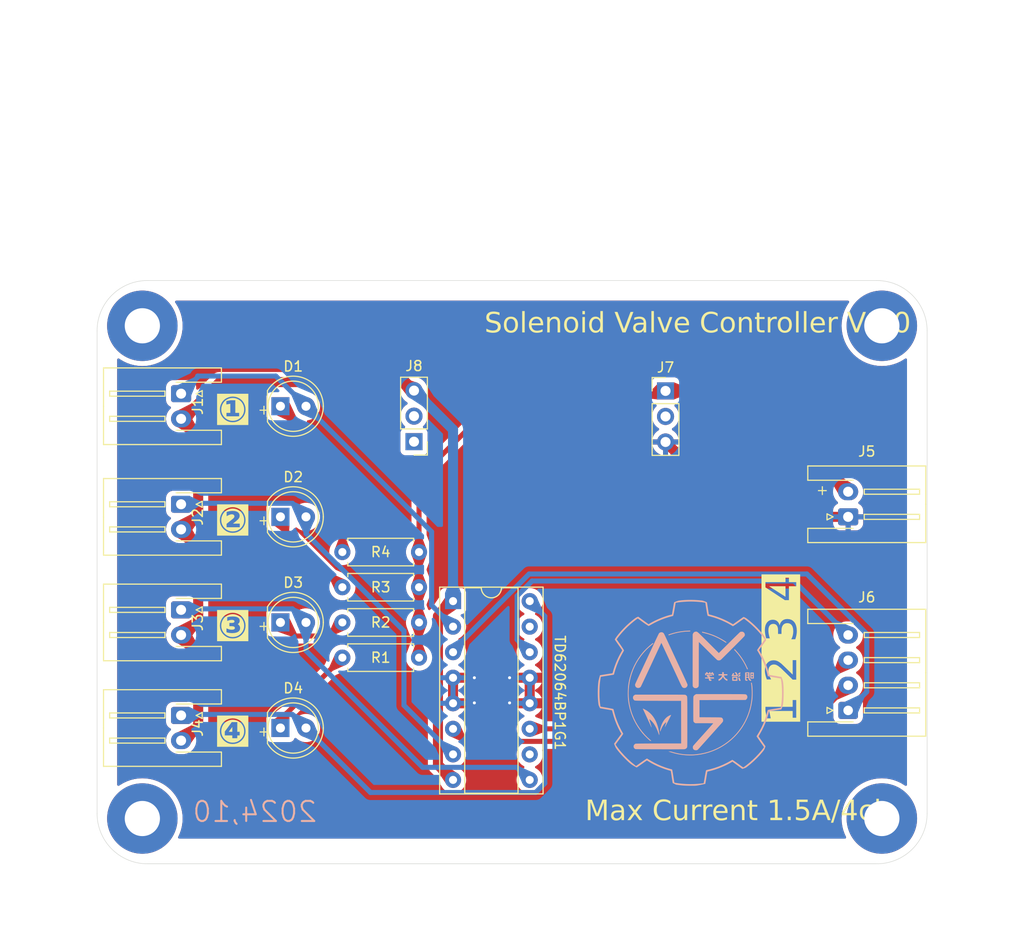
<source format=kicad_pcb>
(kicad_pcb (version 20240108) (generator "pcbnew") (generator_version "8.0")
  (layers (0 "F.Cu" signal) (31 "B.Cu" signal) (34 "B.Paste" user) (35 "F.Paste" user) (36 "B.SilkS" user "B.Silkscreen") (37 "F.SilkS" user "F.Silkscreen") (38 "B.Mask" user) (39 "F.Mask" user) (44 "Edge.Cuts" user))
  (net 0 "")
  (net 1 "+24V")
  (net 2 "J1")
  (net 3 "J2")
  (net 4 "J3")
  (net 5 "J4")
  (net 6 "+12V")
  (net 7 "GND")
  (net 8 "Net-(J6-Pin_2)")
  (net 9 "Net-(J6-Pin_1)")
  (net 10 "Net-(J6-Pin_3)")
  (net 11 "Net-(J6-Pin_4)")
  (net 17 "Net-(D1-K)")
  (net 18 "Net-(D2-K)")
  (net 19 "Net-(D3-K)")
  (net 20 "Net-(D4-K)")
  (footprint "Package_DIP:DIP-16_W7.62mm_Socket" (layer "F.Cu") (at 113.88 98.88)
    (property "Reference" "TD62064BP1G1" (at 10.62 9.12 -90) (layer "F.SilkS"))
    (property "Value" "~")
    (pad "1" thru_hole rect (at 0 0) (size 1.6 1.6) (drill 0.8) (layers "*.Cu" "*.Mask") (net 1 "+24V"))
    (pad "2" thru_hole oval (at 0 2.54) (size 1.6 1.6) (drill 0.8) (layers "*.Cu" "*.Mask") (net 2 "J1"))
    (pad "3" thru_hole oval (at 0 5.08) (size 1.6 1.6) (drill 0.8) (layers "*.Cu" "*.Mask") (net 9 "Net-(J6-Pin_1)"))
    (pad "4" thru_hole oval (at 0 7.62) (size 1.6 1.6) (drill 0.8) (layers "*.Cu" "*.Mask") (net 7 "GND"))
    (pad "5" thru_hole oval (at 0 10.16) (size 1.6 1.6) (drill 0.8) (layers "*.Cu" "*.Mask") (net 7 "GND"))
    (pad "6" thru_hole oval (at 0 12.7) (size 1.6 1.6) (drill 0.8) (layers "*.Cu" "*.Mask") (net 8 "Net-(J6-Pin_2)"))
    (pad "7" thru_hole oval (at 0 15.24) (size 1.6 1.6) (drill 0.8) (layers "*.Cu" "*.Mask") (net 3 "J2"))
    (pad "8" thru_hole oval (at 0 17.78) (size 1.6 1.6) (drill 0.8) (layers "*.Cu" "*.Mask") (net 1 "+24V"))
    (pad "9" thru_hole oval (at 7.62 17.78) (size 1.6 1.6) (drill 0.8) (layers "*.Cu" "*.Mask") (net 4 "J3"))
    (pad "10" thru_hole oval (at 7.62 15.24) (size 1.6 1.6) (drill 0.8) (layers "*.Cu" "*.Mask"))
    (pad "11" thru_hole oval (at 7.62 12.7) (size 1.6 1.6) (drill 0.8) (layers "*.Cu" "*.Mask") (net 10 "Net-(J6-Pin_3)"))
    (pad "12" thru_hole oval (at 7.62 10.16) (size 1.6 1.6) (drill 0.8) (layers "*.Cu" "*.Mask") (net 7 "GND"))
    (pad "13" thru_hole oval (at 7.62 7.62) (size 1.6 1.6) (drill 0.8) (layers "*.Cu" "*.Mask") (net 7 "GND"))
    (pad "14" thru_hole oval (at 7.62 5.08) (size 1.6 1.6) (drill 0.8) (layers "*.Cu" "*.Mask") (net 11 "Net-(J6-Pin_4)"))
    (pad "15" thru_hole oval (at 7.62 2.54) (size 1.6 1.6) (drill 0.8) (layers "*.Cu" "*.Mask"))
    (pad "16" thru_hole oval (at 7.62 0) (size 1.6 1.6) (drill 0.8) (layers "*.Cu" "*.Mask") (net 5 "J4"))
  )
  (footprint "Connector_JST:JST_XH_S2B-XH-A-1_1x02_P2.50mm_Horizontal" (layer "F.Cu") (at 86.85 99.75 -90)
    (property "Reference" "J3" (at 1.25 -1.65 90) (layer "F.SilkS"))
    (property "Value" "Conn_01x02_Pin")
    (pad "1" thru_hole roundrect (at 0 0 270) (size 1.7 2) (drill 1) (layers "*.Cu" "*.Mask") (roundrect_rratio 0.147059) (net 4 "J3"))
    (pad "2" thru_hole oval (at 2.5 0 270) (size 1.7 2) (drill 1) (layers "*.Cu" "*.Mask") (net 1 "+24V"))
  )
  (footprint "Connector_PinHeader_2.54mm:PinHeader_1x03_P2.54mm_Vertical" (layer "F.Cu") (at 135 77.975)
    (property "Reference" "J7" (at 0 -2.33 0) (layer "F.SilkS"))
    (property "Value" "Conn_01x03_Pin")
    (pad "1" thru_hole rect (at 0 0) (size 1.7 1.7) (drill 1) (layers "*.Cu" "*.Mask") (net 6 "+12V"))
    (pad "2" thru_hole oval (at 0 2.54) (size 1.7 1.7) (drill 1) (layers "*.Cu" "*.Mask"))
    (pad "3" thru_hole oval (at 0 5.08) (size 1.7 1.7) (drill 1) (layers "*.Cu" "*.Mask") (net 7 "GND"))
  )
  (footprint "Connector_JST:JST_XH_S2B-XH-A-1_1x02_P2.50mm_Horizontal" (layer "F.Cu") (at 153.15 90.5 90)
    (property "Reference" "J5" (hide yes))
    (property "Value" "Conn_01x02_Pin")
    (fp_text user "${REFERENCE}" (at 6.5 1.85 180) (layer "F.SilkS"))
    (pad "1" thru_hole roundrect (at 0 0 90) (size 1.7 2) (drill 1) (layers "*.Cu" "*.Mask") (roundrect_rratio 0.147059) (net 7 "GND"))
    (pad "2" thru_hole oval (at 2.5 0 90) (size 1.7 2) (drill 1) (layers "*.Cu" "*.Mask") (net 6 "+12V"))
  )
  (footprint "Connector_JST:JST_XH_S4B-XH-A-1_1x04_P2.50mm_Horizontal" (layer "F.Cu") (at 153.15 109.75 90)
    (property "Reference" "J6" (at 11.25 1.85 180) (layer "F.SilkS"))
    (property "Value" "Conn_01x04_Pin")
    (pad "1" thru_hole roundrect (at 0 0 90) (size 1.7 1.95) (drill 0.95) (layers "*.Cu" "*.Mask") (roundrect_rratio 0.147059) (net 9 "Net-(J6-Pin_1)"))
    (pad "2" thru_hole oval (at 2.5 0 90) (size 1.7 1.95) (drill 0.95) (layers "*.Cu" "*.Mask") (net 8 "Net-(J6-Pin_2)"))
    (pad "3" thru_hole oval (at 5 0 90) (size 1.7 1.95) (drill 0.95) (layers "*.Cu" "*.Mask") (net 10 "Net-(J6-Pin_3)"))
    (pad "4" thru_hole oval (at 7.5 0 90) (size 1.7 1.95) (drill 0.95) (layers "*.Cu" "*.Mask") (net 11 "Net-(J6-Pin_4)"))
  )
  (footprint "Resistor_THT:R_Axial_DIN0207_L6.3mm_D2.5mm_P7.62mm_Horizontal" (layer "F.Cu") (at 102.88 101)
    (property "Reference" "R2" (at 3.81 0 0) (layer "F.SilkS"))
    (property "Value" "R")
    (pad "1" thru_hole circle (at 0 0) (size 1.6 1.6) (drill 0.8) (layers "*.Cu" "*.Mask") (net 19 "Net-(D3-K)"))
    (pad "2" thru_hole oval (at 7.62 0) (size 1.6 1.6) (drill 0.8) (layers "*.Cu" "*.Mask") (net 6 "+12V"))
  )
  (footprint "LED_THT:LED_D5.0mm" (layer "F.Cu") (at 96.725 90.5)
    (property "Reference" "D2" (at 1.27 -3.96 0) (layer "F.SilkS"))
    (property "Value" "LED")
    (pad "1" thru_hole rect (at 0 0) (size 1.8 1.8) (drill 0.9) (layers "*.Cu" "*.Mask") (net 18 "Net-(D2-K)"))
    (pad "2" thru_hole circle (at 2.54 0) (size 1.8 1.8) (drill 0.9) (layers "*.Cu" "*.Mask") (net 3 "J2"))
  )
  (footprint "Resistor_THT:R_Axial_DIN0207_L6.3mm_D2.5mm_P7.62mm_Horizontal" (layer "F.Cu") (at 102.88 104.5)
    (property "Reference" "R1" (at 3.81 0 0) (layer "F.SilkS"))
    (property "Value" "R")
    (pad "1" thru_hole circle (at 0 0) (size 1.6 1.6) (drill 0.8) (layers "*.Cu" "*.Mask") (net 20 "Net-(D4-K)"))
    (pad "2" thru_hole oval (at 7.62 0) (size 1.6 1.6) (drill 0.8) (layers "*.Cu" "*.Mask") (net 6 "+12V"))
  )
  (footprint "LED_THT:LED_D5.0mm" (layer "F.Cu") (at 96.725 101)
    (property "Reference" "D3" (at 1.27 -3.96 0) (layer "F.SilkS"))
    (property "Value" "LED")
    (pad "1" thru_hole rect (at 0 0) (size 1.8 1.8) (drill 0.9) (layers "*.Cu" "*.Mask") (net 19 "Net-(D3-K)"))
    (pad "2" thru_hole circle (at 2.54 0) (size 1.8 1.8) (drill 0.9) (layers "*.Cu" "*.Mask") (net 4 "J3"))
  )
  (footprint "MountingHole:MountingHole_3.5mm_Pad_TopBottom" (layer "F.Cu") (at 156.5 120.5)
    (property "Reference" "REF**" (hide yes))
    (property "Value" "MountingHole_3.5mm_Pad_TopBottom")
    (pad "1" thru_hole circle (at 0 0) (size 3.9 3.9) (drill 3.5) (layers "*.Cu" "*.Mask"))
    (pad "1" connect circle (at 0 0) (size 7 7) (layers "F.Cu" "F.Mask"))
    (pad "1" connect circle (at 0 0) (size 7 7) (layers "B.Cu" "B.Mask"))
  )
  (footprint "LED_THT:LED_D5.0mm" (layer "F.Cu") (at 96.725 79.5)
    (property "Reference" "D1" (at 1.27 -3.96 0) (layer "F.SilkS"))
    (property "Value" "LED")
    (pad "1" thru_hole rect (at 0 0) (size 1.8 1.8) (drill 0.9) (layers "*.Cu" "*.Mask") (net 17 "Net-(D1-K)"))
    (pad "2" thru_hole circle (at 2.54 0) (size 1.8 1.8) (drill 0.9) (layers "*.Cu" "*.Mask") (net 2 "J1"))
  )
  (footprint "Resistor_THT:R_Axial_DIN0207_L6.3mm_D2.5mm_P7.62mm_Horizontal" (layer "F.Cu") (at 102.88 94)
    (property "Reference" "R4" (at 3.81 0 0) (layer "F.SilkS"))
    (property "Value" "R")
    (pad "1" thru_hole circle (at 0 0) (size 1.6 1.6) (drill 0.8) (layers "*.Cu" "*.Mask") (net 17 "Net-(D1-K)"))
    (pad "2" thru_hole oval (at 7.62 0) (size 1.6 1.6) (drill 0.8) (layers "*.Cu" "*.Mask") (net 6 "+12V"))
  )
  (footprint "Resistor_THT:R_Axial_DIN0207_L6.3mm_D2.5mm_P7.62mm_Horizontal" (layer "F.Cu") (at 102.88 97.5)
    (property "Reference" "R3" (at 3.81 0 0) (layer "F.SilkS"))
    (property "Value" "R")
    (pad "1" thru_hole circle (at 0 0) (size 1.6 1.6) (drill 0.8) (layers "*.Cu" "*.Mask") (net 18 "Net-(D2-K)"))
    (pad "2" thru_hole oval (at 7.62 0) (size 1.6 1.6) (drill 0.8) (layers "*.Cu" "*.Mask") (net 6 "+12V"))
  )
  (footprint "Connector_JST:JST_XH_S2B-XH-A-1_1x02_P2.50mm_Horizontal" (layer "F.Cu") (at 86.85 110.25 -90)
    (property "Reference" "J4" (at 1.25 -1.65 90) (layer "F.SilkS"))
    (property "Value" "Conn_01x02_Pin")
    (pad "1" thru_hole roundrect (at 0 0 270) (size 1.7 2) (drill 1) (layers "*.Cu" "*.Mask") (roundrect_rratio 0.147059) (net 5 "J4"))
    (pad "2" thru_hole oval (at 2.5 0 270) (size 1.7 2) (drill 1) (layers "*.Cu" "*.Mask") (net 1 "+24V"))
  )
  (footprint "MountingHole:MountingHole_3.5mm_Pad_TopBottom" (layer "F.Cu") (at 83 120.5)
    (property "Reference" "REF**" (hide yes))
    (property "Value" "MountingHole_3.5mm_Pad_TopBottom")
    (pad "1" thru_hole circle (at 0 0) (size 3.9 3.9) (drill 3.5) (layers "*.Cu" "*.Mask"))
    (pad "1" connect circle (at 0 0) (size 7 7) (layers "F.Cu" "F.Mask"))
    (pad "1" connect circle (at 0 0) (size 7 7) (layers "B.Cu" "B.Mask"))
  )
  (footprint "Connector_JST:JST_XH_S2B-XH-A-1_1x02_P2.50mm_Horizontal" (layer "F.Cu") (at 86.85 89.25 -90)
    (property "Reference" "J2" (at 1.25 -1.65 90) (layer "F.SilkS"))
    (property "Value" "Conn_01x02_Pin")
    (pad "1" thru_hole roundrect (at 0 0 270) (size 1.7 2) (drill 1) (layers "*.Cu" "*.Mask") (roundrect_rratio 0.147059) (net 3 "J2"))
    (pad "2" thru_hole oval (at 2.5 0 270) (size 1.7 2) (drill 1) (layers "*.Cu" "*.Mask") (net 1 "+24V"))
  )
  (footprint "MountingHole:MountingHole_3.5mm_Pad_TopBottom" (layer "F.Cu") (at 156.5 71.5)
    (property "Reference" "REF**" (hide yes))
    (property "Value" "MountingHole_3.5mm_Pad_TopBottom")
    (pad "1" thru_hole circle (at 0 0) (size 3.9 3.9) (drill 3.5) (layers "*.Cu" "*.Mask"))
    (pad "1" connect circle (at 0 0) (size 7 7) (layers "F.Cu" "F.Mask"))
    (pad "1" connect circle (at 0 0) (size 7 7) (layers "B.Cu" "B.Mask"))
  )
  (footprint "Connector_PinHeader_2.54mm:PinHeader_1x03_P2.54mm_Vertical" (layer "F.Cu") (at 110 83.025 180)
    (property "Reference" "J8" (at 0 7.525 180) (layer "F.SilkS"))
    (property "Value" "Conn_01x03_Pin")
    (pad "1" thru_hole rect (at 0 0 180) (size 1.7 1.7) (drill 1) (layers "*.Cu" "*.Mask"))
    (pad "2" thru_hole oval (at 0 2.54 180) (size 1.7 1.7) (drill 1) (layers "*.Cu" "*.Mask"))
    (pad "3" thru_hole oval (at 0 5.08 180) (size 1.7 1.7) (drill 1) (layers "*.Cu" "*.Mask") (net 1 "+24V"))
  )
  (footprint "Connector_JST:JST_XH_S2B-XH-A-1_1x02_P2.50mm_Horizontal" (layer "F.Cu") (at 86.85 78.25 -90)
    (property "Reference" "J1" (at 1.25 -1.65 90) (layer "F.SilkS"))
    (property "Value" "Conn_01x02_Pin")
    (pad "1" thru_hole roundrect (at 0 0 270) (size 1.7 2) (drill 1) (layers "*.Cu" "*.Mask") (roundrect_rratio 0.147059) (net 2 "J1"))
    (pad "2" thru_hole oval (at 2.5 0 270) (size 1.7 2) (drill 1) (layers "*.Cu" "*.Mask") (net 1 "+24V"))
  )
  (footprint "MountingHole:MountingHole_3.5mm_Pad_TopBottom" (layer "F.Cu") (at 83 71.5)
    (property "Reference" "REF**" (hide yes))
    (property "Value" "MountingHole_3.5mm_Pad_TopBottom")
    (pad "1" thru_hole circle (at 0 0) (size 3.9 3.9) (drill 3.5) (layers "*.Cu" "*.Mask"))
    (pad "1" connect circle (at 0 0) (size 7 7) (layers "F.Cu" "F.Mask"))
    (pad "1" connect circle (at 0 0) (size 7 7) (layers "B.Cu" "B.Mask"))
  )
  (footprint "LED_THT:LED_D5.0mm" (layer "F.Cu") (at 96.725 111.5)
    (property "Reference" "D4" (at 1.27 -3.96 0) (layer "F.SilkS"))
    (property "Value" "LED")
    (pad "1" thru_hole rect (at 0 0) (size 1.8 1.8) (drill 0.9) (layers "*.Cu" "*.Mask") (net 20 "Net-(D4-K)"))
    (pad "2" thru_hole circle (at 2.54 0) (size 1.8 1.8) (drill 0.9) (layers "*.Cu" "*.Mask") (net 5 "J4"))
  )
  (footprint "marc" (layer "B.Cu") (at 137.5 108 180)
    (property "Reference" "G***" (hide yes))
    (property "Value" "LOGO" (hide yes))
  )
  (gr_arc (start 83.5 125) (mid 79.964466 123.535534) (end 78.5 120) (stroke (width 0.05)) (layer "Edge.Cuts"))
  (gr_line (start 156 67) (end 83.5 67) (stroke (width 0.05)) (layer "Edge.Cuts"))
  (gr_arc (start 78.5 72) (mid 79.964466 68.464466) (end 83.5 67) (stroke (width 0.05)) (layer "Edge.Cuts"))
  (gr_line (start 161 120) (end 161 72) (stroke (width 0.05)) (layer "Edge.Cuts"))
  (gr_arc (start 161 120) (mid 159.535534 123.535534) (end 156 125) (stroke (width 0.05)) (layer "Edge.Cuts"))
  (gr_arc (start 156 67) (mid 159.535534 68.464466) (end 161 72) (stroke (width 0.05)) (layer "Edge.Cuts"))
  (gr_line (start 78.5 72) (end 78.5 120) (stroke (width 0.05)) (layer "Edge.Cuts"))
  (gr_line (start 83.5 125) (end 156 125) (stroke (width 0.05)) (layer "Edge.Cuts"))
  (gr_text "2024,10" (at 100.5 121 0) (layer "B.SilkS") (effects (font (size 2 2) (thickness 0.2)) (justify left bottom mirror)))
  (gr_text "+" (at 94.5 102 0) (layer "F.SilkS") (effects (font (size 1 1) (thickness 0.1)) (justify left bottom)))
  (gr_text "+" (at 94.5 91.5 0) (layer "F.SilkS") (effects (font (size 1 1) (thickness 0.1)) (justify left bottom)))
  (gr_text "1 2 3 4" (at 148.5 111 90) (layer "F.SilkS" knockout) (effects (font (size 3 3) (thickness 0.1)) (justify left bottom)))
  (gr_text "①" (at 90.5 80 0) (layer "F.SilkS" knockout) (effects (font (size 2.5 2.5) (thickness 0.3125)) (justify left)))
  (gr_text "+" (at 94.5 80.5 0) (layer "F.SilkS") (effects (font (size 1 1) (thickness 0.1)) (justify left bottom)))
  (gr_text "④" (at 90.5 112 0) (layer "F.SilkS" knockout) (effects (font (size 2.5 2.5) (thickness 0.3125)) (justify left)))
  (gr_text "Solenoid Valve Controller V1.0" (at 117 72.5 0) (layer "F.SilkS") (effects (font (size 2 2)) (justify left bottom)))
  (gr_text "Max Current 1.5A/4ch" (at 127 121 0) (layer "F.SilkS") (effects (font (size 2 2) (thickness 0.2)) (justify left bottom)))
  (gr_text "②" (at 90.5 91 0) (layer "F.SilkS" knockout) (effects (font (size 2.5 2.5) (thickness 0.3125)) (justify left)))
  (gr_text "+" (at 150 88.5 0) (layer "F.SilkS") (effects (font (size 1 1) (thickness 0.1)) (justify left bottom)))
  (gr_text "+" (at 94.5 112.5 0) (layer "F.SilkS") (effects (font (size 1 1) (thickness 0.1)) (justify left bottom)))
  (gr_text "③" (at 90.5 101.5 0) (layer "F.SilkS" knockout) (effects (font (size 2.5 2.5) (thickness 0.3125)) (justify left)))
  (segment (start 87.05043 80.75) (end 86.85 80.75) (width 1) (layer "F.Cu") (net 1))
  (segment (start 88.55 82.45) (end 88.55 90.25043) (width 1) (layer "F.Cu") (net 1))
  (segment (start 87.05043 112.75) (end 86.85 112.75) (width 1) (layer "F.Cu") (net 1))
  (segment (start 88.55 111.25043) (end 87.05043 112.75) (width 1) (layer "F.Cu") (net 1))
  (segment (start 87.05043 91.75) (end 86.85 91.75) (width 1) (layer "F.Cu") (net 1))
  (segment (start 113.88 116.66) (end 112.38 115.16) (width 1) (layer "F.Cu") (net 1))
  (segment (start 110 77.945) (end 109.15 77.095) (width 1) (layer "F.Cu") (net 1))
  (segment (start 86.85 80.75) (end 88.55 82.45) (width 1) (layer "F.Cu") (net 1))
  (segment (start 90.70543 77.095) (end 87.05043 80.75) (width 1) (layer "F.Cu") (net 1))
  (segment (start 86.85 102.25) (end 88.55 103.95) (width 1) (layer "F.Cu") (net 1))
  (segment (start 88.55 100.75043) (end 87.05043 102.25) (width 1) (layer "F.Cu") (net 1))
  (segment (start 88.55 90.25043) (end 87.05043 91.75) (width 1) (layer "F.Cu") (net 1))
  (segment (start 109.15 77.095) (end 90.70543 77.095) (width 1) (layer "F.Cu") (net 1))
  (segment (start 86.85 91.75) (end 88.55 93.45) (width 1) (layer "F.Cu") (net 1))
  (segment (start 88.55 93.45) (end 88.55 100.75043) (width 1) (layer "F.Cu") (net 1))
  (segment (start 112.38 100.38) (end 113.88 98.88) (width 1) (layer "F.Cu") (net 1))
  (segment (start 88.55 103.95) (end 88.55 111.25043) (width 1) (layer "F.Cu") (net 1))
  (segment (start 87.05043 102.25) (end 86.85 102.25) (width 1) (layer "F.Cu") (net 1))
  (segment (start 112.38 115.16) (end 112.38 100.38) (width 1) (layer "F.Cu") (net 1))
  (segment (start 110 77.945) (end 113.88 81.825) (width 1) (layer "B.Cu") (net 1))
  (segment (start 113.88 81.825) (end 113.88 98.88) (width 1) (layer "B.Cu") (net 1))
  (segment (start 86.85 78.25) (end 88.5 76.6) (width 0.5) (layer "B.Cu") (net 2))
  (segment (start 96.265 76.5) (end 99.265 79.5) (width 0.5) (layer "B.Cu") (net 2))
  (segment (start 88.5 76.5) (end 96.265 76.5) (width 0.5) (layer "B.Cu") (net 2))
  (segment (start 111.75 91.985) (end 111.75 99.29) (width 0.5) (layer "B.Cu") (net 2))
  (segment (start 111.75 99.29) (end 113.88 101.42) (width 0.5) (layer "B.Cu") (net 2))
  (segment (start 99.265 79.5) (end 111.75 91.985) (width 0.5) (layer "B.Cu") (net 2))
  (segment (start 88.5 76.6) (end 88.5 76.5) (width 0.5) (layer "B.Cu") (net 2))
  (segment (start 109 101.852233) (end 102.397767 95.25) (width 0.5) (layer "B.Cu") (net 3))
  (segment (start 109 101.852233) (end 109 109.24) (width 0.5) (layer "B.Cu") (net 3))
  (segment (start 102.397767 95.25) (end 102.362233 95.25) (width 0.5) (layer "B.Cu") (net 3))
  (segment (start 102.362233 95.25) (end 99.265 92.152767) (width 0.5) (layer "B.Cu") (net 3))
  (segment (start 86.85 89.25) (end 86.95 89.15) (width 0.5) (layer "B.Cu") (net 3))
  (segment (start 86.95 89.15) (end 97.915 89.15) (width 0.5) (layer "B.Cu") (net 3))
  (segment (start 99.265 92.152767) (end 99.265 90.5) (width 0.5) (layer "B.Cu") (net 3))
  (segment (start 97.915 89.15) (end 99.265 90.5) (width 0.5) (layer "B.Cu") (net 3))
  (segment (start 109 109.24) (end 113.88 114.12) (width 0.5) (layer "B.Cu") (net 3))
  (segment (start 86.85 99.75) (end 86.95 99.65) (width 0.5) (layer "B.Cu") (net 4))
  (segment (start 99.265 103.812767) (end 110.862233 115.41) (width 0.5) (layer "B.Cu") (net 4))
  (segment (start 110.862233 115.41) (end 120.25 115.41) (width 0.5) (layer "B.Cu") (net 4))
  (segment (start 97.915 99.65) (end 99.265 101) (width 0.5) (layer "B.Cu") (net 4))
  (segment (start 120.25 115.41) (end 121.5 116.66) (width 0.5) (layer "B.Cu") (net 4))
  (segment (start 99.265 101) (end 99.265 103.812767) (width 0.5) (layer "B.Cu") (net 4))
  (segment (start 86.95 99.65) (end 97.915 99.65) (width 0.5) (layer "B.Cu") (net 4))
  (segment (start 97.915 110.15) (end 99.265 111.5) (width 0.5) (layer "B.Cu") (net 5))
  (segment (start 123 117) (end 123 100.38) (width 0.5) (layer "B.Cu") (net 5))
  (segment (start 122.09 117.91) (end 123 117) (width 0.5) (layer "B.Cu") (net 5))
  (segment (start 123 100.38) (end 121.5 98.88) (width 0.5) (layer "B.Cu") (net 5))
  (segment (start 99.265 111.5) (end 105.675 117.91) (width 0.5) (layer "B.Cu") (net 5))
  (segment (start 86.85 110.25) (end 86.95 110.15) (width 0.5) (layer "B.Cu") (net 5))
  (segment (start 86.95 110.15) (end 97.915 110.15) (width 0.5) (layer "B.Cu") (net 5))
  (segment (start 105.675 117.91) (end 122.09 117.91) (width 0.5) (layer "B.Cu") (net 5))
  (segment (start 110.5 86.625) (end 110.5 94) (width 0.5) (layer "F.Cu") (net 6))
  (segment (start 135 77.975) (end 134.51 78.465) (width 0.5) (layer "F.Cu") (net 6))
  (segment (start 135 77.975) (end 143.125 77.975) (width 1) (layer "F.Cu") (net 6))
  (segment (start 110.5 101) (end 110.5 104.5) (width 0.5) (layer "F.Cu") (net 6))
  (segment (start 110.5 94) (end 110.5 97.5) (width 0.5) (layer "F.Cu") (net 6))
  (segment (start 110.5 97.5) (end 110.5 101) (width 0.5) (layer "F.Cu") (net 6))
  (segment (start 143.125 77.975) (end 153.15 88) (width 1) (layer "F.Cu") (net 6))
  (segment (start 118.66 78.465) (end 110.5 86.625) (width 0.5) (layer "F.Cu") (net 6))
  (segment (start 134.51 78.465) (end 118.66 78.465) (width 0.5) (layer "F.Cu") (net 6))
  (segment (start 113.88 106.5) (end 113.88 109.04) (width 1) (layer "F.Cu") (net 7))
  (segment (start 119.54 109.04) (end 119.5 109) (width 1) (layer "F.Cu") (net 7))
  (segment (start 153.15 90.5) (end 142.445 90.5) (width 1) (layer "F.Cu") (net 7))
  (segment (start 116 109) (end 115.96 109.04) (width 1) (layer "F.Cu") (net 7))
  (segment (start 126.445 106.5) (end 121.5 106.5) (width 1) (layer "F.Cu") (net 7))
  (segment (start 123.905 109.04) (end 126.445 106.5) (width 1) (layer "F.Cu") (net 7))
  (segment (start 121.5 106.5) (end 119.5 106.5) (width 1) (layer "F.Cu") (net 7))
  (segment (start 121.5 109.04) (end 119.54 109.04) (width 1) (layer "F.Cu") (net 7))
  (segment (start 119.5 109) (end 119.46 109.04) (width 1) (layer "F.Cu") (net 7))
  (segment (start 119.5 106.5) (end 116 106.5) (width 1) (layer "F.Cu") (net 7))
  (segment (start 115.96 109.04) (end 113.88 109.04) (width 1) (layer "F.Cu") (net 7))
  (segment (start 142.445 90.5) (end 135 83.055) (width 1) (layer "F.Cu") (net 7))
  (segment (start 121.5 106.5) (end 121.5 109.04) (width 1) (layer "F.Cu") (net 7))
  (segment (start 121.5 109.04) (end 123.905 109.04) (width 1) (layer "F.Cu") (net 7))
  (segment (start 116 106.5) (end 113.88 106.5) (width 1) (layer "F.Cu") (net 7))
  (segment (start 116.04 109.04) (end 116 109) (width 1) (layer "F.Cu") (net 7))
  (segment (start 119.46 109.04) (end 116.04 109.04) (width 1) (layer "F.Cu") (net 7))
  (segment (start 142.445 90.5) (end 126.445 106.5) (width 1) (layer "F.Cu") (net 7))
  (via (at 119.5 109) (size 0.6) (drill 0.3) (layers "F.Cu" "B.Cu") (net 7))
  (via (at 119.5 106.5) (size 0.6) (drill 0.3) (layers "F.Cu" "B.Cu") (net 7))
  (via (at 116 106.5) (size 0.6) (drill 0.3) (layers "F.Cu" "B.Cu") (net 7))
  (via (at 116 109) (size 0.6) (drill 0.3) (layers "F.Cu" "B.Cu") (net 7))
  (segment (start 147.57 112.83) (end 115.13 112.83) (width 0.5) (layer "F.Cu") (net 8))
  (segment (start 115.13 112.83) (end 113.88 111.58) (width 0.5) (layer "F.Cu") (net 8))
  (segment (start 153.15 107.25) (end 147.57 112.83) (width 0.5) (layer "F.Cu") (net 8))
  (segment (start 149.043478 96.18) (end 155 102.136522) (width 0.5) (layer "B.Cu") (net 9))
  (segment (start 121.442284 96.18) (end 149.043478 96.18) (width 0.5) (layer "B.Cu") (net 9))
  (segment (start 155 102.136522) (end 155 107.9) (width 0.5) (layer "B.Cu") (net 9))
  (segment (start 155 107.9) (end 153.15 109.75) (width 0.5) (layer "B.Cu") (net 9))
  (segment (start 113.88 103.96) (end 113.88 103.742284) (width 0.5) (layer "B.Cu") (net 9))
  (segment (start 113.88 103.742284) (end 121.442284 96.18) (width 0.5) (layer "B.Cu") (net 9))
  (segment (start 153.15 104.75) (end 146.32 111.58) (width 0.5) (layer "F.Cu") (net 10))
  (segment (start 146.32 111.58) (end 121.5 111.58) (width 0.5) (layer "F.Cu") (net 10))
  (segment (start 147.78 96.88) (end 121.732233 96.88) (width 0.5) (layer "B.Cu") (net 11))
  (segment (start 120.25 102.71) (end 121.5 103.96) (width 0.5) (layer "B.Cu") (net 11))
  (segment (start 153.15 102.25) (end 147.78 96.88) (width 0.5) (layer "B.Cu") (net 11))
  (segment (start 120.25 98.362233) (end 120.25 102.71) (width 0.5) (layer "B.Cu") (net 11))
  (segment (start 121.732233 96.88) (end 120.25 98.362233) (width 0.5) (layer "B.Cu") (net 11))
  (segment (start 102.88 94) (end 102.88 85.655) (width 0.5) (layer "F.Cu") (net 17))
  (segment (start 102.88 85.655) (end 96.725 79.5) (width 0.5) (layer "F.Cu") (net 17))
  (segment (start 96.725 91.345) (end 96.725 90.5) (width 0.5) (layer "F.Cu") (net 18))
  (segment (start 102.88 97.5) (end 96.725 91.345) (width 0.5) (layer "F.Cu") (net 18))
  (segment (start 101.53 102.35) (end 98.075 102.35) (width 0.5) (layer "F.Cu") (net 19))
  (segment (start 98.075 102.35) (end 96.725 101) (width 0.5) (layer "F.Cu") (net 19))
  (segment (start 102.88 101) (end 101.53 102.35) (width 0.5) (layer "F.Cu") (net 19))
  (segment (start 96.725 101) (end 96.725 101.5) (width 0.5) (layer "F.Cu") (net 19))
  (segment (start 96.725 110.655) (end 96.725 111.5) (width 0.5) (layer "F.Cu") (net 20))
  (segment (start 102.88 104.5) (end 96.725 110.655) (width 0.5) (layer "F.Cu") (net 20))
  (zone (net 7) (net_name "GND") (layer "F.Cu") (priority 1) (connect_pads (clearance 0.5)) (min_thickness 0.25) (fill yes (thermal_gap 0.5) (thermal_bridge_width 0.5))
    (polygon (pts (xy 80.5 69) (xy 80.5 122.5) (xy 159 122.5) (xy 159 69)))
  )
  (zone (net 7) (net_name "GND") (layer "B.Cu") (connect_pads (clearance 0.5)) (min_thickness 0.25) (fill yes (thermal_gap 0.5) (thermal_bridge_width 0.5))
    (polygon (pts (xy 80.5 69) (xy 80.5 122.5) (xy 159 122.5) (xy 159 69)))
  )
  (zone (net 0) (net_name "") (layer "B.Cu") (connect_pads (clearance 0)) (min_thickness 0.25)
    (keepout (tracks allowed) (vias allowed) (pads allowed) (copperpour not_allowed) (footprints allowed))
    (fill (thermal_gap 0.5) (thermal_bridge_width 0.5))
    (polygon (pts (xy 112 91.5) (xy 112 98) (xy 113.5 98) (xy 113.5 91.5)))
  )
)
</source>
